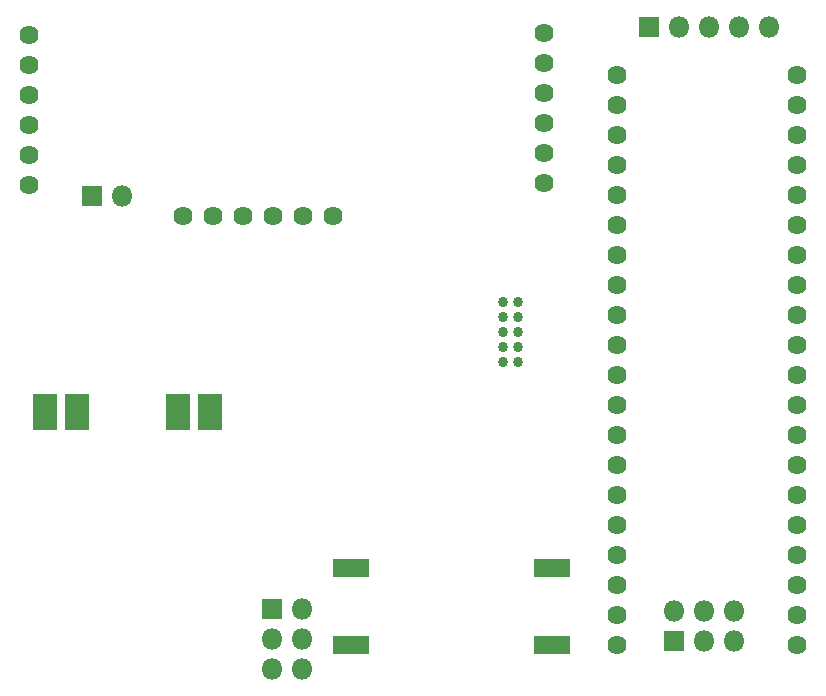
<source format=gbs>
G04 #@! TF.GenerationSoftware,KiCad,Pcbnew,5.1.6-c6e7f7d~86~ubuntu19.10.1*
G04 #@! TF.CreationDate,2020-10-06T14:20:37+02:00*
G04 #@! TF.ProjectId,logair_diy,6c6f6761-6972-45f6-9469-792e6b696361,rev?*
G04 #@! TF.SameCoordinates,Original*
G04 #@! TF.FileFunction,Soldermask,Bot*
G04 #@! TF.FilePolarity,Negative*
%FSLAX46Y46*%
G04 Gerber Fmt 4.6, Leading zero omitted, Abs format (unit mm)*
G04 Created by KiCad (PCBNEW 5.1.6-c6e7f7d~86~ubuntu19.10.1) date 2020-10-06 14:20:37*
%MOMM*%
%LPD*%
G01*
G04 APERTURE LIST*
%ADD10R,2.100000X3.100000*%
%ADD11O,1.800000X1.800000*%
%ADD12R,1.800000X1.800000*%
%ADD13C,1.624000*%
%ADD14R,3.100000X1.624000*%
%ADD15C,0.860000*%
G04 APERTURE END LIST*
D10*
G04 #@! TO.C,U6*
X109750000Y-96750000D03*
X107000000Y-96750000D03*
X118250000Y-96750000D03*
X121000000Y-96750000D03*
G04 #@! TD*
D11*
G04 #@! TO.C,J3*
X128790000Y-118480000D03*
X126250000Y-118480000D03*
X128790000Y-115940000D03*
X126250000Y-115940000D03*
X128790000Y-113400000D03*
D12*
X126250000Y-113400000D03*
G04 #@! TD*
D13*
G04 #@! TO.C,U2*
X131410000Y-80150000D03*
X128870000Y-80150000D03*
X126330000Y-80150000D03*
X123790000Y-80150000D03*
X121250000Y-80150000D03*
X118710000Y-80150000D03*
G04 #@! TD*
G04 #@! TO.C,U3*
X105680000Y-64820000D03*
X105680000Y-67360000D03*
X105680000Y-69900000D03*
X105680000Y-72440000D03*
X105680000Y-74980000D03*
X105680000Y-77520000D03*
G04 #@! TD*
D14*
G04 #@! TO.C,U7*
X149910000Y-116460000D03*
X149910000Y-109960000D03*
X132910000Y-116460000D03*
X132910000Y-109960000D03*
G04 #@! TD*
D11*
G04 #@! TO.C,J2*
X113490000Y-78450000D03*
D12*
X110950000Y-78450000D03*
G04 #@! TD*
D11*
G04 #@! TO.C,J1*
X165330000Y-113610000D03*
X165330000Y-116150000D03*
X162790000Y-113610000D03*
X162790000Y-116150000D03*
X160250000Y-113610000D03*
D12*
X160250000Y-116150000D03*
G04 #@! TD*
D15*
G04 #@! TO.C,U5*
X145765000Y-87460000D03*
X147035000Y-87460000D03*
X145765000Y-88730000D03*
X147035000Y-88730000D03*
X145765000Y-90000000D03*
X147035000Y-90000000D03*
X145765000Y-91270000D03*
X147035000Y-91270000D03*
X145765000Y-92540000D03*
X147035000Y-92540000D03*
G04 #@! TD*
D13*
G04 #@! TO.C,U4*
X149250000Y-77310000D03*
X149250000Y-74770000D03*
X149250000Y-72230000D03*
X149250000Y-69690000D03*
X149250000Y-67150000D03*
X149250000Y-64610000D03*
G04 #@! TD*
D12*
G04 #@! TO.C,GPS_conn_5pin1*
X158170000Y-64150000D03*
D11*
X160710000Y-64150000D03*
X163250000Y-64150000D03*
X165790000Y-64150000D03*
X168330000Y-64150000D03*
G04 #@! TD*
D13*
G04 #@! TO.C,U1*
X155460000Y-116470000D03*
X155460000Y-103770000D03*
X155460000Y-85990000D03*
X155460000Y-75830000D03*
X155460000Y-113930000D03*
X155460000Y-91070000D03*
X155460000Y-108850000D03*
X155460000Y-106310000D03*
X155460000Y-111390000D03*
X155460000Y-88530000D03*
X155460000Y-93610000D03*
X155460000Y-80910000D03*
X155460000Y-101230000D03*
X155460000Y-73290000D03*
X155460000Y-78370000D03*
X155460000Y-83450000D03*
X155460000Y-70750000D03*
X155460000Y-96150000D03*
X155460000Y-68210000D03*
X155460000Y-98690000D03*
X170700000Y-116470000D03*
X170700000Y-113930000D03*
X170700000Y-111390000D03*
X170700000Y-108850000D03*
X170700000Y-106310000D03*
X170700000Y-98690000D03*
X170700000Y-103770000D03*
X170700000Y-101230000D03*
X170700000Y-96150000D03*
X170700000Y-93610000D03*
X170700000Y-91070000D03*
X170700000Y-85990000D03*
X170700000Y-88530000D03*
X170700000Y-83450000D03*
X170700000Y-80910000D03*
X170700000Y-73290000D03*
X170700000Y-78370000D03*
X170700000Y-75830000D03*
X170700000Y-70750000D03*
X170700000Y-68210000D03*
G04 #@! TD*
M02*

</source>
